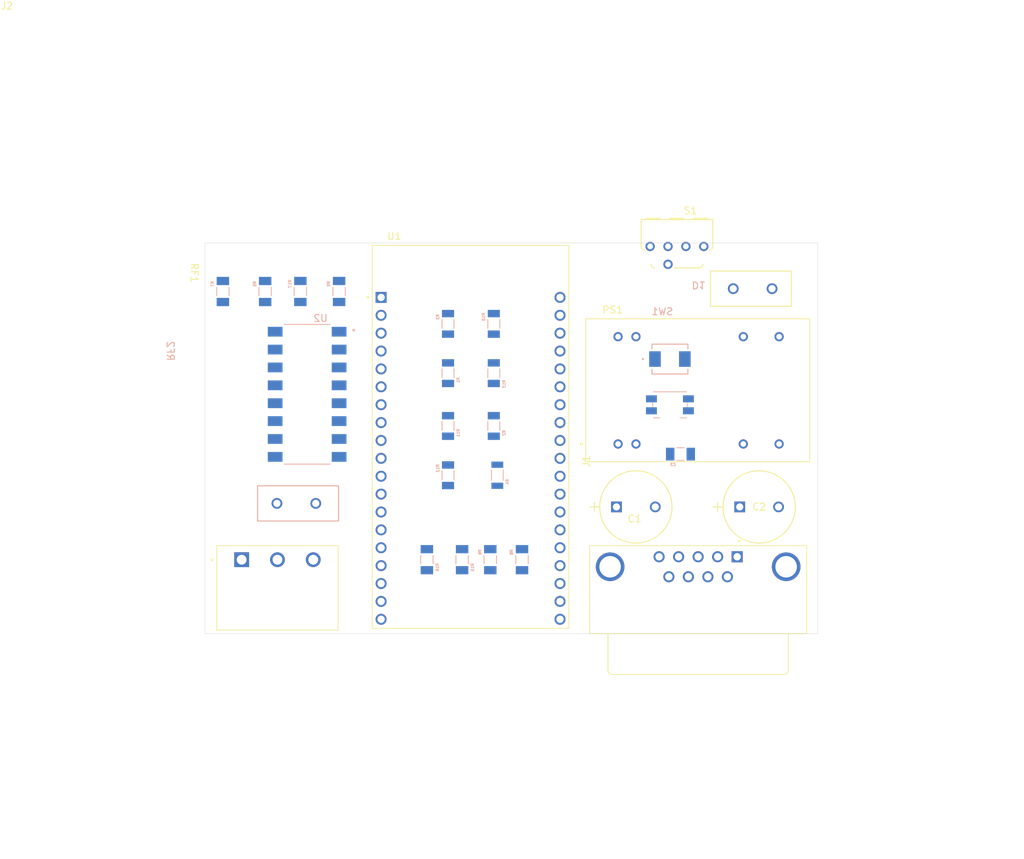
<source format=kicad_pcb>
(kicad_pcb (version 20241229) (generator "pcbnew") (generator_version "9.0")
  (layers (0 "F.Cu" signal) (2 "B.Cu" signal) (13 "F.Paste" user) (15 "B.Paste" user) (5 "F.SilkS" user "F.Silkscreen") (7 "B.SilkS" user "B.Silkscreen") (1 "F.Mask" user) (3 "B.Mask" user) (25 "Edge.Cuts" user))
  (net 0 "")
  (net 1 "Net-(PS1--VIN)")
  (net 2 "Net-(PS1-+VIN)")
  (net 3 "Net-(PS1--VOUT)")
  (net 4 "Net-(D1-Pad1)")
  (net 5 "Net-(SW1A-B)")
  (net 9 "+24V")
  (net 15 "Net-(SW1A-A)")
  (net 16 "Net-(J2-Pad03)")
  (net 18 "Net-(PS1-+VOUT)")
  (net 22 "Net-(R1-Pad2)")
  (net 23 "Net-(R3-Pad2)")
  (net 24 "+3.3V")
  (net 25 "Net-(U1-IO25)")
  (net 26 "Net-(U1-IO26)")
  (net 27 "Net-(U1-IO27)")
  (net 28 "Net-(U1-IO14)")
  (net 29 "Net-(U1-IO17)")
  (net 30 "GND")
  (net 31 "Net-(R10-Pad2)")
  (net 32 "Net-(R12-Pad2)")
  (net 33 "Net-(U1-IO16)")
  (net 34 "Net-(U1-IO4)")
  (net 35 "Net-(U1-IO2)")
  (net 36 "+5V")
  (footprint "footprints:DRR3010" (layer "F.Cu") (at 216 32 180)
    (property "Reference" "S1" (at -1.907185 5.085855 0) (layer "F.SilkS") (effects (font (size 1.001157 1.001157))))
    (property "Value" "DRR3016")
    (fp_line (start 5.08 3.81) (end -5.08 3.81) (stroke (width 0.1524)) (layer "F.SilkS"))
    (fp_line (start 5.08 0) (end 5.08 3.81) (stroke (width 0.1524)) (layer "F.SilkS"))
    (fp_line (start 0.381 -3.048) (end -3.175 -3.048) (stroke (width 0.1524)) (layer "F.SilkS"))
    (fp_line (start -5.08 0) (end -5.08 3.81) (stroke (width 0.1524)) (layer "F.SilkS"))
    (fp_arc (start 4.572 -0.508) (mid 4.93121 -0.35921) (end 5.08 0) (stroke (width 0.1524)) (layer "F.SilkS"))
    (fp_arc (start 3.175 -3.048) (mid 3.53421 -2.89921) (end 3.683 -2.54) (stroke (width 0.1524)) (layer "F.SilkS"))
    (fp_arc (start -3.683 -2.54) (mid -3.53421 -2.89921) (end -3.175 -3.048) (stroke (width 0.1524)) (layer "F.SilkS"))
    (fp_arc (start -5.08 0) (mid -4.93121 -0.35921) (end -4.572 -0.508) (stroke (width 0.1524)) (layer "F.SilkS"))
    (fp_poly (pts (xy 2.28795 3.81) (xy 4.445 3.81) (xy 4.445 4.06747) (xy 2.28795 4.06747)) (stroke (width 0.01)) (fill yes) (layer "F.SilkS"))
    (fp_poly (pts (xy -1.01619 3.81) (xy 1.016 3.81) (xy 1.016 4.06474) (xy -1.01619 4.06474)) (stroke (width 0.01)) (fill yes) (layer "F.SilkS"))
    (fp_poly (pts (xy -4.44826 3.81) (xy -2.286 3.81) (xy -2.286 4.06698) (xy -4.44826 4.06698)) (stroke (width 0.01)) (fill yes) (layer "F.SilkS"))
    (pad "1" thru_hole circle (at 3.81 0 180) (size 1.3208 1.3208) (drill 0.8128) (layers "*.Cu" "*.Mask") (net 35 "Net-(U1-IO2)"))
    (pad "2" thru_hole circle (at 1.27 0 180) (size 1.3208 1.3208) (drill 0.8128) (layers "*.Cu" "*.Mask") (net 34 "Net-(U1-IO4)"))
    (pad "4" thru_hole circle (at -1.27 0 180) (size 1.3208 1.3208) (drill 0.8128) (layers "*.Cu" "*.Mask") (net 33 "Net-(U1-IO16)"))
    (pad "8" thru_hole circle (at -3.81 0 180) (size 1.3208 1.3208) (drill 0.8128) (layers "*.Cu" "*.Mask") (net 29 "Net-(U1-IO17)"))
    (pad "C" thru_hole circle (at 1.27 -2.54 180) (size 1.3208 1.3208) (drill 0.8128) (layers "*.Cu" "*.Mask") (net 24 "+3.3V"))
  )
  (footprint "footprints:PCAP_10x12_5-THRU-ELECT_NCA" (layer "F.Cu") (at 224.91085 69)
    (property "Reference" "C2" (at 2.7559 0 0) (layer "F.SilkS"))
    (property "Value" "UHE2A470MPD")
    (fp_line (start -3.7719 0) (end -2.5019 0) (stroke (width 0.1524)) (layer "F.SilkS"))
    (fp_line (start -3.1369 -0.635) (end -3.1369 0.635) (stroke (width 0.1524)) (layer "F.SilkS"))
    (fp_circle (center 2.7559 0) (end 7.8867 0) (stroke (width 0.1524)) (fill no) (layer "F.SilkS"))
    (pad "1" thru_hole rect (at 0 0) (size 1.524 1.524) (drill 1.016) (layers "*.Cu" "*.Mask") (net 2 "Net-(PS1-+VIN)"))
    (pad "2" thru_hole circle (at 5.5118 0) (size 1.524 1.524) (drill 1.016) (layers "*.Cu" "*.Mask") (net 1 "Net-(PS1--VIN)"))
  )
  (footprint "footprints:PHOENIX_1757255" (layer "F.Cu") (at 150.6675 86.5)
    (property "Reference" "J2" (at -29.785 -88.655 0) (layer "F.SilkS"))
    (property "Value" "1757255")
    (fp_line (start 0 0) (end 0 -12) (stroke (width 0.127)) (layer "F.SilkS"))
    (fp_line (start 17.24 -12) (end 0 -12) (stroke (width 0.127)) (layer "F.SilkS"))
    (fp_line (start 17.24 -12) (end 17.24 0) (stroke (width 0.127)) (layer "F.SilkS"))
    (fp_line (start 17.24 0) (end 0 0) (stroke (width 0.127)) (layer "F.SilkS"))
    (fp_circle (center -0.65 -10) (end -0.55 -10) (stroke (width 0.2)) (fill no) (layer "F.SilkS"))
    (pad "01" thru_hole rect (at 3.54 -10) (size 2.1 2.1) (drill 1.4) (layers "*.Cu" "*.Mask") (net 1 "Net-(PS1--VIN)"))
    (pad "02" thru_hole circle (at 8.62 -10) (size 2.1 2.1) (drill 1.4) (layers "*.Cu" "*.Mask") (net 15 "Net-(SW1A-A)"))
    (pad "03" thru_hole circle (at 13.7 -10) (size 2.1 2.1) (drill 1.4) (layers "*.Cu" "*.Mask") (net 16 "Net-(J2-Pad03)"))
  )
  (footprint "footprints:CONV_REC5A-2405SW_H2" (layer "F.Cu") (at 218.94 52.44)
    (property "Reference" "PS1" (at -12.065 -11.43 0) (layer "F.SilkS"))
    (property "Value" "REC5A-2405SW_H2")
    (fp_line (start -15.9 -10.15) (end 15.9 -10.15) (stroke (width 0.127)) (layer "F.SilkS"))
    (fp_line (start -15.9 10.15) (end -15.9 -10.15) (stroke (width 0.127)) (layer "F.SilkS"))
    (fp_line (start 15.9 -10.15) (end 15.9 10.15) (stroke (width 0.127)) (layer "F.SilkS"))
    (fp_line (start 15.9 10.15) (end -15.9 10.15) (stroke (width 0.127)) (layer "F.SilkS"))
    (fp_circle (center -16.51 7.62) (end -16.41 7.62) (stroke (width 0.2)) (fill no) (layer "F.SilkS"))
    (pad "2" thru_hole circle (at -11.3 7.62) (size 1.308 1.308) (drill 0.8) (layers "*.Cu" "*.Mask") (net 1 "Net-(PS1--VIN)"))
    (pad "3" thru_hole circle (at -8.76 7.62) (size 1.308 1.308) (drill 0.8) (layers "*.Cu" "*.Mask"))
    (pad "9" thru_hole circle (at 6.48 7.62) (size 1.308 1.308) (drill 0.8) (layers "*.Cu" "*.Mask"))
    (pad "11" thru_hole circle (at 11.56 7.62) (size 1.308 1.308) (drill 0.8) (layers "*.Cu" "*.Mask"))
    (pad "14" thru_hole circle (at 11.56 -7.62) (size 1.308 1.308) (drill 0.8) (layers "*.Cu" "*.Mask") (net 18 "Net-(PS1-+VOUT)"))
    (pad "16" thru_hole circle (at 6.48 -7.62) (size 1.308 1.308) (drill 0.8) (layers "*.Cu" "*.Mask") (net 3 "Net-(PS1--VOUT)"))
    (pad "22" thru_hole circle (at -8.76 -7.62) (size 1.308 1.308) (drill 0.8) (layers "*.Cu" "*.Mask") (net 2 "Net-(PS1-+VIN)"))
    (pad "23" thru_hole circle (at -11.3 -7.62) (size 1.308 1.308) (drill 0.8) (layers "*.Cu" "*.Mask"))
  )
  (footprint "footprints:ASSMANN_A-DF_09_A_KG-T4S" (layer "F.Cu") (at 224.545 76.08)
    (property "Reference" "J1" (at -21.4165 -13.5525 90) (layer "F.SilkS"))
    (property "Value" "A-DF_09_A_KG-T4S")
    (fp_line (start -20.945 -1.58) (end -20.945 10.92) (stroke (width 0.127)) (layer "F.SilkS"))
    (fp_line (start -20.945 10.92) (end 9.865 10.92) (stroke (width 0.127)) (layer "F.SilkS"))
    (fp_line (start -18.34 11) (end -18.34 16.1) (stroke (width 0.127)) (layer "F.SilkS"))
    (fp_line (start -17.64 16.72) (end 6.56 16.72) (stroke (width 0.127)) (layer "F.SilkS"))
    (fp_line (start 7.26 16.1) (end 7.26 11) (stroke (width 0.127)) (layer "F.SilkS"))
    (fp_line (start 9.865 -1.58) (end -20.945 -1.58) (stroke (width 0.127)) (layer "F.SilkS"))
    (fp_line (start 9.865 10.92) (end 9.865 -1.58) (stroke (width 0.127)) (layer "F.SilkS"))
    (fp_arc (start -17.64 16.72) (mid -18.118406 16.554975) (end -18.34 16.1) (stroke (width 0.127)) (layer "F.SilkS"))
    (fp_arc (start 7.26 16.1) (mid 7.038406 16.554975) (end 6.56 16.72) (stroke (width 0.127)) (layer "F.SilkS"))
    (fp_circle (center 0.3 -2.25) (end 0.4 -2.25) (stroke (width 0.2)) (fill no) (layer "F.SilkS"))
    (pad "1" thru_hole rect (at 0 0) (size 1.575 1.575) (drill 1.05) (layers "*.Cu" "*.Mask"))
    (pad "2" thru_hole circle (at -2.77 0) (size 1.575 1.575) (drill 1.05) (layers "*.Cu" "*.Mask"))
    (pad "3" thru_hole circle (at -5.54 0) (size 1.575 1.575) (drill 1.05) (layers "*.Cu" "*.Mask") (net 9 "+24V"))
    (pad "4" thru_hole circle (at -8.31 0) (size 1.575 1.575) (drill 1.05) (layers "*.Cu" "*.Mask") (net 9 "+24V"))
    (pad "5" thru_hole circle (at -11.08 0) (size 1.575 1.575) (drill 1.05) (layers "*.Cu" "*.Mask") (net 9 "+24V"))
    (pad "6" thru_hole circle (at -1.385 2.84) (size 1.575 1.575) (drill 1.05) (layers "*.Cu" "*.Mask"))
    (pad "7" thru_hole circle (at -4.155 2.84) (size 1.575 1.575) (drill 1.05) (layers "*.Cu" "*.Mask"))
    (pad "8" thru_hole circle (at -6.925 2.84) (size 1.575 1.575) (drill 1.05) (layers "*.Cu" "*.Mask"))
    (pad "9" thru_hole circle (at -9.695 2.84) (size 1.575 1.575) (drill 1.05) (layers "*.Cu" "*.Mask"))
    (pad "S1" thru_hole circle (at -18.035 1.42) (size 4.066 4.066) (drill 3.05) (layers "*.Cu" "*.Mask"))
    (pad "S2" thru_hole circle (at 6.955 1.42) (size 4.066 4.066) (drill 3.05) (layers "*.Cu" "*.Mask"))
  )
  (footprint "footprints:PTC_RESET_FUSE" (layer "F.Cu") (at 229.5 38 180)
    (property "Reference" "RF1" (at 82 2.2441 270) (layer "F.SilkS"))
    (property "Value" "~")
    (fp_rect (start -2.75 -2.5) (end 8.75 2.5) (stroke (width 0.1524)) (fill no) (layer "F.SilkS"))
    (pad "1" thru_hole circle (at 0 0 180) (size 1.524 1.524) (drill 1.016) (layers "*.Cu" "*.Mask") (net 4 "Net-(D1-Pad1)"))
    (pad "2" thru_hole circle (at 5.5118 0 180) (size 1.524 1.524) (drill 1.016) (layers "*.Cu" "*.Mask") (net 2 "Net-(PS1-+VIN)"))
  )
  (footprint "footprints:MODULE_ESP32-DEVKITC-32D" (layer "F.Cu") (at 186.7 59)
    (property "Reference" "U1" (at -10.829175 -28.446045 0) (layer "F.SilkS") (effects (font (size 1.000386 1.000386))))
    (property "Value" "ESP32-DEVKITC-32D")
    (fp_line (start -13.95 -27.15) (end 13.95 -27.15) (stroke (width 0.127)) (layer "F.SilkS"))
    (fp_line (start -13.95 27.25) (end -13.95 -27.15) (stroke (width 0.127)) (layer "F.SilkS"))
    (fp_line (start 13.95 -27.15) (end 13.95 27.25) (stroke (width 0.127)) (layer "F.SilkS"))
    (fp_line (start 13.95 27.25) (end -13.95 27.25) (stroke (width 0.127)) (layer "F.SilkS"))
    (fp_circle (center -14.6 -19.76) (end -14.5 -19.76) (stroke (width 0.2)) (fill no) (layer "F.SilkS"))
    (pad "J2-1" thru_hole rect (at -12.7 -19.76) (size 1.56 1.56) (drill 1.04) (layers "*.Cu" "*.Mask") (net 24 "+3.3V"))
    (pad "J2-2" thru_hole circle (at -12.7 -17.22) (size 1.56 1.56) (drill 1.04) (layers "*.Cu" "*.Mask"))
    (pad "J2-3" thru_hole circle (at -12.7 -14.68) (size 1.56 1.56) (drill 1.04) (layers "*.Cu" "*.Mask"))
    (pad "J2-4" thru_hole circle (at -12.7 -12.14) (size 1.56 1.56) (drill 1.04) (layers "*.Cu" "*.Mask"))
    (pad "J2-5" thru_hole circle (at -12.7 -9.6) (size 1.56 1.56) (drill 1.04) (layers "*.Cu" "*.Mask"))
    (pad "J2-6" thru_hole circle (at -12.7 -7.06) (size 1.56 1.56) (drill 1.04) (layers "*.Cu" "*.Mask"))
    (pad "J2-7" thru_hole circle (at -12.7 -4.52) (size 1.56 1.56) (drill 1.04) (layers "*.Cu" "*.Mask"))
    (pad "J2-8" thru_hole circle (at -12.7 -1.98) (size 1.56 1.56) (drill 1.04) (layers "*.Cu" "*.Mask"))
    (pad "J2-9" thru_hole circle (at -12.7 0.56) (size 1.56 1.56) (drill 1.04) (layers "*.Cu" "*.Mask") (net 25 "Net-(U1-IO25)"))
    (pad "J2-10" thru_hole circle (at -12.7 3.1) (size 1.56 1.56) (drill 1.04) (layers "*.Cu" "*.Mask") (net 26 "Net-(U1-IO26)"))
    (pad "J2-11" thru_hole circle (at -12.7 5.64) (size 1.56 1.56) (drill 1.04) (layers "*.Cu" "*.Mask") (net 27 "Net-(U1-IO27)"))
    (pad "J2-12" thru_hole circle (at -12.7 8.18) (size 1.56 1.56) (drill 1.04) (layers "*.Cu" "*.Mask") (net 28 "Net-(U1-IO14)"))
    (pad "J2-13" thru_hole circle (at -12.7 10.72) (size 1.56 1.56) (drill 1.04) (layers "*.Cu" "*.Mask"))
    (pad "J2-14" thru_hole circle (at -12.7 13.26) (size 1.56 1.56) (drill 1.04) (layers "*.Cu" "*.Mask") (net 30 "GND"))
    (pad "J2-15" thru_hole circle (at -12.7 15.8) (size 1.56 1.56) (drill 1.04) (layers "*.Cu" "*.Mask"))
    (pad "J2-16" thru_hole circle (at -12.7 18.34) (size 1.56 1.56) (drill 1.04) (layers "*.Cu" "*.Mask"))
    (pad "J2-17" thru_hole circle (at -12.7 20.88) (size 1.56 1.56) (drill 1.04) (layers "*.Cu" "*.Mask"))
    (pad "J2-18" thru_hole circle (at -12.7 23.42) (size 1.56 1.56) (drill 1.04) (layers "*.Cu" "*.Mask"))
    (pad "J2-19" thru_hole circle (at -12.7 25.96) (size 1.56 1.56) (drill 1.04) (layers "*.Cu" "*.Mask") (net 36 "+5V"))
    (pad "J3-1" thru_hole circle (at 12.7 -19.76) (size 1.56 1.56) (drill 1.04) (layers "*.Cu" "*.Mask"))
    (pad "J3-2" thru_hole circle (at 12.7 -17.22) (size 1.56 1.56) (drill 1.04) (layers "*.Cu" "*.Mask"))
    (pad "J3-3" thru_hole circle (at 12.7 -14.68) (size 1.56 1.56) (drill 1.04) (layers "*.Cu" "*.Mask"))
    (pad "J3-4" thru_hole circle (at 12.7 -12.14) (size 1.56 1.56) (drill 1.04) (layers "*.Cu" "*.Mask"))
    (pad "J3-5" thru_hole circle (at 12.7 -9.6) (size 1.56 1.56) (drill 1.04) (layers "*.Cu" "*.Mask"))
    (pad "J3-6" thru_hole circle (at 12.7 -7.06) (size 1.56 1.56) (drill 1.04) (layers "*.Cu" "*.Mask"))
    (pad "J3-7" thru_hole circle (at 12.7 -4.52) (size 1.56 1.56) (drill 1.04) (layers "*.Cu" "*.Mask") (net 30 "GND"))
    (pad "J3-8" thru_hole circle (at 12.7 -1.98) (size 1.56 1.56) (drill 1.04) (layers "*.Cu" "*.Mask"))
    (pad "J3-9" thru_hole circle (at 12.7 0.56) (size 1.56 1.56) (drill 1.04) (layers "*.Cu" "*.Mask"))
    (pad "J3-10" thru_hole circle (at 12.7 3.1) (size 1.56 1.56) (drill 1.04) (layers "*.Cu" "*.Mask"))
    (pad "J3-11" thru_hole circle (at 12.7 5.64) (size 1.56 1.56) (drill 1.04) (layers "*.Cu" "*.Mask") (net 29 "Net-(U1-IO17)"))
    (pad "J3-12" thru_hole circle (at 12.7 8.18) (size 1.56 1.56) (drill 1.04) (layers "*.Cu" "*.Mask") (net 33 "Net-(U1-IO16)"))
    (pad "J3-13" thru_hole circle (at 12.7 10.72) (size 1.56 1.56) (drill 1.04) (layers "*.Cu" "*.Mask") (net 34 "Net-(U1-IO4)"))
    (pad "J3-14" thru_hole circle (at 12.7 13.26) (size 1.56 1.56) (drill 1.04) (layers "*.Cu" "*.Mask"))
    (pad "J3-15" thru_hole circle (at 12.7 15.8) (size 1.56 1.56) (drill 1.04) (layers "*.Cu" "*.Mask") (net 35 "Net-(U1-IO2)"))
    (pad "J3-16" thru_hole circle (at 12.7 18.34) (size 1.56 1.56) (drill 1.04) (layers "*.Cu" "*.Mask"))
    (pad "J3-17" thru_hole circle (at 12.7 20.88) (size 1.56 1.56) (drill 1.04) (layers "*.Cu" "*.Mask"))
    (pad "J3-18" thru_hole circle (at 12.7 23.42) (size 1.56 1.56) (drill 1.04) (layers "*.Cu" "*.Mask"))
    (pad "J3-19" thru_hole circle (at 12.7 25.96) (size 1.56 1.56) (drill 1.04) (layers "*.Cu" "*.Mask"))
  )
  (footprint "footprints:PCAP_10x12_5-THRU-ELECT_NCA" (layer "F.Cu") (at 207.41085 69)
    (property "Reference" "C1" (at 2.5759 1.68 0) (layer "F.SilkS"))
    (property "Value" "UHE2A470MPD")
    (fp_line (start -3.7719 0) (end -2.5019 0) (stroke (width 0.1524)) (layer "F.SilkS"))
    (fp_line (start -3.1369 -0.635) (end -3.1369 0.635) (stroke (width 0.1524)) (layer "F.SilkS"))
    (fp_circle (center 2.7559 0) (end 7.8867 0) (stroke (width 0.1524)) (fill no) (layer "F.SilkS"))
    (pad "1" thru_hole rect (at 0 0) (size 1.524 1.524) (drill 1.016) (layers "*.Cu" "*.Mask") (net 2 "Net-(PS1-+VIN)"))
    (pad "2" thru_hole circle (at 5.5118 0) (size 1.524 1.524) (drill 1.016) (layers "*.Cu" "*.Mask") (net 1 "Net-(PS1--VIN)"))
  )
  (footprint "footprints:RESC3115X65N" (layer "B.Cu") (at 190 57.5 90)
    (property "Reference" "R2" (at -0.99 1.45 90) (layer "B.SilkS") (effects (font (size 0.393701 0.393701)) (justify mirror)))
    (property "Value" "CRGH1206J4K7")
    (fp_line (start -0.62 -0.85) (end 0.62 -0.85) (stroke (width 0.127)) (layer "B.SilkS"))
    (fp_line (start -0.62 0.85) (end 0.62 0.85) (stroke (width 0.127)) (layer "B.SilkS"))
    (pad "1" smd rect (at -1.46 0 90) (size 1.05 1.72) (layers "B.Cu" "B.Mask" "B.Paste") (net 9 "+24V"))
    (pad "2" smd rect (at 1.46 0 90) (size 1.05 1.72) (layers "B.Cu" "B.Mask" "B.Paste") (net 22 "Net-(R1-Pad2)"))
  )
  (footprint "footprints:RESC3216X75N" (layer "B.Cu") (at 180.5 76.494 90)
    (property "Reference" "R16" (at -1.08 1.48 90) (layer "B.SilkS") (effects (font (size 0.393701 0.393701)) (justify mirror)))
    (property "Value" "CR1206-FX-1002ELF")
    (fp_line (start -0.59 -0.88) (end 0.59 -0.88) (stroke (width 0.127)) (layer "B.SilkS"))
    (fp_line (start -0.59 0.88) (end 0.59 0.88) (stroke (width 0.127)) (layer "B.SilkS"))
    (pad "1" smd rect (at -1.494 0 90) (size 1.17 1.77) (layers "B.Cu" "B.Mask" "B.Paste") (net 34 "Net-(U1-IO4)"))
    (pad "2" smd rect (at 1.494 0 90) (size 1.17 1.77) (layers "B.Cu" "B.Mask" "B.Paste") (net 30 "GND"))
  )
  (footprint "Button_Switch_SMD:Panasonic_EVQPUJ_EVQPUA" (layer "B.Cu") (at 215 54.5)
    (property "Reference" "SW1" (at -1.08 -13.24 0) (layer "B.SilkS") (effects (justify mirror)))
    (property "Value" "On/Off Switch")
    (fp_line (start -2.45 -0.275) (end -2.45 0.275) (stroke (width 0.12)) (layer "B.SilkS"))
    (fp_line (start -1.425 1.85) (end -2.35 1.85) (stroke (width 0.12)) (layer "B.SilkS"))
    (fp_line (start 2.35 -1.85) (end -2.35 -1.85) (stroke (width 0.12)) (layer "B.SilkS"))
    (fp_line (start 2.35 1.85) (end 1.425 1.85) (stroke (width 0.12)) (layer "B.SilkS"))
    (fp_line (start 2.45 -0.275) (end 2.45 0.275) (stroke (width 0.12)) (layer "B.SilkS"))
    (pad "1" smd rect (at -2.625 0.85 180) (size 1.55 1) (layers "B.Cu" "B.Mask" "B.Paste") (net 15 "Net-(SW1A-A)"))
    (pad "1" smd rect (at 2.625 0.85 180) (size 1.55 1) (layers "B.Cu" "B.Mask" "B.Paste") (net 15 "Net-(SW1A-A)"))
    (pad "2" smd rect (at -2.625 -0.85 180) (size 1.55 1) (layers "B.Cu" "B.Mask" "B.Paste") (net 5 "Net-(SW1A-B)"))
    (pad "2" smd rect (at 2.625 -0.85 180) (size 1.55 1) (layers "B.Cu" "B.Mask" "B.Paste") (net 5 "Net-(SW1A-B)"))
  )
  (footprint "footprints:RESC3216X75N" (layer "B.Cu") (at 168.04 38.396 -90)
    (property "Reference" "R9" (at -1.08 1.48 90) (layer "B.SilkS") (effects (font (size 0.393701 0.393701)) (justify mirror)))
    (property "Value" "CR1206-FX-1002ELF")
    (fp_line (start -0.59 0.88) (end 0.59 0.88) (stroke (width 0.127)) (layer "B.SilkS"))
    (fp_line (start -0.59 -0.88) (end 0.59 -0.88) (stroke (width 0.127)) (layer "B.SilkS"))
    (pad "1" smd rect (at -1.494 0 270) (size 1.17 1.77) (layers "B.Cu" "B.Mask" "B.Paste") (net 29 "Net-(U1-IO17)"))
    (pad "2" smd rect (at 1.494 0 270) (size 1.17 1.77) (layers "B.Cu" "B.Mask" "B.Paste") (net 30 "GND"))
  )
  (footprint "footprints:RESC3216X75N" (layer "B.Cu") (at 185.5 76.494 90)
    (property "Reference" "R15" (at -1.08 1.48 90) (layer "B.SilkS") (effects (font (size 0.393701 0.393701)) (justify mirror)))
    (property "Value" "CR1206-FX-1002ELF")
    (fp_line (start -0.59 -0.88) (end 0.59 -0.88) (stroke (width 0.127)) (layer "B.SilkS"))
    (fp_line (start -0.59 0.88) (end 0.59 0.88) (stroke (width 0.127)) (layer "B.SilkS"))
    (pad "1" smd rect (at -1.494 0 90) (size 1.17 1.77) (layers "B.Cu" "B.Mask" "B.Paste") (net 33 "Net-(U1-IO16)"))
    (pad "2" smd rect (at 1.494 0 90) (size 1.17 1.77) (layers "B.Cu" "B.Mask" "B.Paste") (net 30 "GND"))
  )
  (footprint "footprints:RESC3115X65N" (layer "B.Cu") (at 183.5 57.5 90)
    (property "Reference" "R11" (at -0.99 1.45 90) (layer "B.SilkS") (effects (font (size 0.393701 0.393701)) (justify mirror)))
    (property "Value" "CRGH1206J4K7")
    (fp_line (start -0.62 -0.85) (end 0.62 -0.85) (stroke (width 0.127)) (layer "B.SilkS"))
    (fp_line (start -0.62 0.85) (end 0.62 0.85) (stroke (width 0.127)) (layer "B.SilkS"))
    (pad "1" smd rect (at -1.46 0 90) (size 1.05 1.72) (layers "B.Cu" "B.Mask" "B.Paste") (net 9 "+24V"))
    (pad "2" smd rect (at 1.46 0 90) (size 1.05 1.72) (layers "B.Cu" "B.Mask" "B.Paste") (net 31 "Net-(R10-Pad2)"))
  )
  (footprint "footprints:RESC3115X65N" (layer "B.Cu") (at 183.5 43 -90)
    (property "Reference" "R3" (at -0.99 1.45 90) (layer "B.SilkS") (effects (font (size 0.393701 0.393701)) (justify mirror)))
    (property "Value" "CRGH1206J4K7")
    (fp_line (start -0.62 0.85) (end 0.62 0.85) (stroke (width 0.127)) (layer "B.SilkS"))
    (fp_line (start -0.62 -0.85) (end 0.62 -0.85) (stroke (width 0.127)) (layer "B.SilkS"))
    (pad "1" smd rect (at -1.46 0 270) (size 1.05 1.72) (layers "B.Cu" "B.Mask" "B.Paste") (net 9 "+24V"))
    (pad "2" smd rect (at 1.46 0 270) (size 1.05 1.72) (layers "B.Cu" "B.Mask" "B.Paste") (net 23 "Net-(R3-Pad2)"))
  )
  (footprint "footprints:RESC3115X65N" (layer "B.Cu") (at 190 43 -90)
    (property "Reference" "R10" (at -0.99 1.45 90) (layer "B.SilkS") (effects (font (size 0.393701 0.393701)) (justify mirror)))
    (property "Value" "CRGH1206J4K7")
    (fp_line (start -0.62 0.85) (end 0.62 0.85) (stroke (width 0.127)) (layer "B.SilkS"))
    (fp_line (start -0.62 -0.85) (end 0.62 -0.85) (stroke (width 0.127)) (layer "B.SilkS"))
    (pad "1" smd rect (at -1.46 0 270) (size 1.05 1.72) (layers "B.Cu" "B.Mask" "B.Paste") (net 9 "+24V"))
    (pad "2" smd rect (at 1.46 0 270) (size 1.05 1.72) (layers "B.Cu" "B.Mask" "B.Paste") (net 31 "Net-(R10-Pad2)"))
  )
  (footprint "footprints:RESC3216X75N" (layer "B.Cu") (at 194.006 76.494 -90)
    (property "Reference" "R8" (at -1.08 1.48 90) (layer "B.SilkS") (effects (font (size 0.393701 0.393701)) (justify mirror)))
    (property "Value" "CR1206-FX-1002ELF")
    (fp_line (start -0.59 0.88) (end 0.59 0.88) (stroke (width 0.127)) (layer "B.SilkS"))
    (fp_line (start -0.59 -0.88) (end 0.59 -0.88) (stroke (width 0.127)) (layer "B.SilkS"))
    (pad "1" smd rect (at -1.494 0 270) (size 1.17 1.77) (layers "B.Cu" "B.Mask" "B.Paste") (net 28 "Net-(U1-IO14)"))
    (pad "2" smd rect (at 1.494 0 270) (size 1.17 1.77) (layers "B.Cu" "B.Mask" "B.Paste") (net 24 "+3.3V"))
  )
  (footprint "footprints:RESC3216X75N" (layer "B.Cu") (at 162.54 38.396 -90)
    (property "Reference" "R17" (at -1.08 1.48 90) (layer "B.SilkS") (effects (font (size 0.393701 0.393701)) (justify mirror)))
    (property "Value" "CR1206-FX-1002ELF")
    (fp_line (start -0.59 0.88) (end 0.59 0.88) (stroke (width 0.127)) (layer "B.SilkS"))
    (fp_line (start -0.59 -0.88) (end 0.59 -0.88) (stroke (width 0.127)) (layer "B.SilkS"))
    (pad "1" smd rect (at -1.494 0 270) (size 1.17 1.77) (layers "B.Cu" "B.Mask" "B.Paste") (net 35 "Net-(U1-IO2)"))
    (pad "2" smd rect (at 1.494 0 270) (size 1.17 1.77) (layers "B.Cu" "B.Mask" "B.Paste") (net 30 "GND"))
  )
  (footprint "footprints:RESC3115X65N" (layer "B.Cu") (at 183.5 64.5 -90)
    (property "Reference" "R12" (at -0.99 1.45 90) (layer "B.SilkS") (effects (font (size 0.393701 0.393701)) (justify mirror)))
    (property "Value" "CRGH1206J4K7")
    (fp_line (start -0.62 0.85) (end 0.62 0.85) (stroke (width 0.127)) (layer "B.SilkS"))
    (fp_line (start -0.62 -0.85) (end 0.62 -0.85) (stroke (width 0.127)) (layer "B.SilkS"))
    (pad "1" smd rect (at -1.46 0 270) (size 1.05 1.72) (layers "B.Cu" "B.Mask" "B.Paste") (net 16 "Net-(J2-Pad03)"))
    (pad "2" smd rect (at 1.46 0 270) (size 1.05 1.72) (layers "B.Cu" "B.Mask" "B.Paste") (net 32 "Net-(R12-Pad2)"))
  )
  (footprint "footprints:PTC_RESET_FUSE" (layer "B.Cu") (at 159.2125 68.5)
    (property "Reference" "RF2" (at -15.12 -21.6559 270) (layer "B.SilkS") (effects (justify mirror)))
    (property "Value" "~")
    (fp_rect (start -2.75 2.5) (end 8.75 -2.5) (stroke (width 0.1524)) (fill no) (layer "B.SilkS"))
    (pad "1" thru_hole circle (at 0 0) (size 1.524 1.524) (drill 1.016) (layers "*.Cu" "*.Mask") (net 18 "Net-(PS1-+VOUT)"))
    (pad "2" thru_hole circle (at 5.5118 0) (size 1.524 1.524) (drill 1.016) (layers "*.Cu" "*.Mask") (net 36 "+5V"))
  )
  (footprint "footprints:RESC3216X75N" (layer "B.Cu") (at 189.5 76.494 -90)
    (property "Reference" "R6" (at -1.08 1.48 90) (layer "B.SilkS") (effects (font (size 0.393701 0.393701)) (justify mirror)))
    (property "Value" "CR1206-FX-1002ELF")
    (fp_line (start -0.59 0.88) (end 0.59 0.88) (stroke (width 0.127)) (layer "B.SilkS"))
    (fp_line (start -0.59 -0.88) (end 0.59 -0.88) (stroke (width 0.127)) (layer "B.SilkS"))
    (pad "1" smd rect (at -1.494 0 270) (size 1.17 1.77) (layers "B.Cu" "B.Mask" "B.Paste") (net 26 "Net-(U1-IO26)"))
    (pad "2" smd rect (at 1.494 0 270) (size 1.17 1.77) (layers "B.Cu" "B.Mask" "B.Paste") (net 24 "+3.3V"))
  )
  (footprint "footprints:RESC3216X75N" (layer "B.Cu") (at 151.54 38.402 -90)
    (property "Reference" "R7" (at -1.08 1.48 90) (layer "B.SilkS") (effects (font (size 0.393701 0.393701)) (justify mirror)))
    (property "Value" "CR1206-FX-1002ELF")
    (fp_line (start -0.59 0.88) (end 0.59 0.88) (stroke (width 0.127)) (layer "B.SilkS"))
    (fp_line (start -0.59 -0.88) (end 0.59 -0.88) (stroke (width 0.127)) (layer "B.SilkS"))
    (pad "1" smd rect (at -1.494 0 270) (size 1.17 1.77) (layers "B.Cu" "B.Mask" "B.Paste") (net 27 "Net-(U1-IO27)"))
    (pad "2" smd rect (at 1.494 0 270) (size 1.17 1.77) (layers "B.Cu" "B.Mask" "B.Paste") (net 24 "+3.3V"))
  )
  (footprint "footprints:RESC3216X75N" (layer "B.Cu") (at 157.54 38.402 -90)
    (property "Reference" "R5" (at -1.08 1.48 90) (layer "B.SilkS") (effects (font (size 0.393701 0.393701)) (justify mirror)))
    (property "Value" "CR1206-FX-1002ELF")
    (fp_line (start -0.59 0.88) (end 0.59 0.88) (stroke (width 0.127)) (layer "B.SilkS"))
    (fp_line (start -0.59 -0.88) (end 0.59 -0.88) (stroke (width 0.127)) (layer "B.SilkS"))
    (pad "1" smd rect (at -1.494 0 270) (size 1.17 1.77) (layers "B.Cu" "B.Mask" "B.Paste") (net 25 "Net-(U1-IO25)"))
    (pad "2" smd rect (at 1.494 0 270) (size 1.17 1.77) (layers "B.Cu" "B.Mask" "B.Paste") (net 24 "+3.3V"))
  )
  (footprint "footprints:DO214AASMB_CIP-L" (layer "B.Cu") (at 215 48)
    (property "Reference" "D1" (at 4.08915 -10.5 180) (layer "B.SilkS") (effects (justify mirror)))
    (property "Value" "SS34B-HF")
    (fp_line (start -2.5527 -2.1209) (end 2.5527 -2.1209) (stroke (width 0.1524)) (layer "B.SilkS"))
    (fp_line (start -2.5527 -1.43764) (end -2.5527 -2.1209) (stroke (width 0.1524)) (layer "B.SilkS"))
    (fp_line (start -2.5527 2.1209) (end -2.5527 1.43764) (stroke (width 0.1524)) (layer "B.SilkS"))
    (fp_line (start 2.5527 -2.1209) (end 2.5527 -1.43764) (stroke (width 0.1524)) (layer "B.SilkS"))
    (fp_line (start 2.5527 1.43764) (end 2.5527 2.1209) (stroke (width 0.1524)) (layer "B.SilkS"))
    (fp_line (start 2.5527 2.1209) (end -2.5527 2.1209) (stroke (width 0.1524)) (layer "B.SilkS"))
    (fp_circle (center -3.8354 0) (end -3.7592 0) (stroke (width 0.1524)) (fill no) (layer "B.SilkS"))
    (pad "1" smd rect (at -2.1209 0) (size 1.651 2.2098) (layers "B.Cu" "B.Mask" "B.Paste") (net 4 "Net-(D1-Pad1)"))
    (pad "2" smd rect (at 2.1209 0) (size 1.651 2.2098) (layers "B.Cu" "B.Mask" "B.Paste") (net 5 "Net-(SW1A-B)"))
  )
  (footprint "footprints:CAPC3216X180N" (layer "B.Cu") (at 216.5 61.5)
    (property "Reference" "C3" (at -1.06 1.5 0) (layer "B.SilkS") (effects (font (size 0.393701 0.393701)) (justify mirror)))
    (property "Value" "1000pf/3kV")
    (fp_line (start -0.54 -0.9) (end 0.54 -0.9) (stroke (width 0.127)) (layer "B.SilkS"))
    (fp_line (start -0.54 0.9) (end 0.54 0.9) (stroke (width 0.127)) (layer "B.SilkS"))
    (pad "1" smd rect (at -1.46 0) (size 1.2 1.82) (layers "B.Cu" "B.Mask" "B.Paste") (net 3 "Net-(PS1--VOUT)"))
    (pad "2" smd rect (at 1.46 0) (size 1.2 1.82) (layers "B.Cu" "B.Mask" "B.Paste") (net 1 "Net-(PS1--VIN)"))
  )
  (footprint "footprints:SOIC254P1016X460-16N" (layer "B.Cu") (at 163.5 53 180)
    (property "Reference" "U2" (at -1.905 10.795 0) (layer "B.SilkS") (effects (justify mirror)))
    (property "Value" "LTV-846S")
    (fp_line (start 3.25 -9.92) (end -3.25 -9.92) (stroke (width 0.127)) (layer "B.SilkS"))
    (fp_line (start -3.25 9.92) (end 3.25 9.92) (stroke (width 0.127)) (layer "B.SilkS"))
    (fp_circle (center -6.6 9.1) (end -6.5 9.1) (stroke (width 0.2)) (fill no) (layer "B.SilkS"))
    (pad "1" smd rect (at -4.54 8.89 180) (size 2.09 1.39) (layers "B.Cu" "B.Mask" "B.Paste") (net 22 "Net-(R1-Pad2)"))
    (pad "2" smd rect (at -4.54 6.35 180) (size 2.09 1.39) (layers "B.Cu" "B.Mask" "B.Paste") (net 1 "Net-(PS1--VIN)"))
    (pad "3" smd rect (at -4.54 3.81 180) (size 2.09 1.39) (layers "B.Cu" "B.Mask" "B.Paste") (net 23 "Net-(R3-Pad2)"))
    (pad "4" smd rect (at -4.54 1.27 180) (size 2.09 1.39) (layers "B.Cu" "B.Mask" "B.Paste") (net 1 "Net-(PS1--VIN)"))
    (pad "5" smd rect (at -4.54 -1.27 180) (size 2.09 1.39) (layers "B.Cu" "B.Mask" "B.Paste") (net 31 "Net-(R10-Pad2)"))
    (pad "6" smd rect (at -4.54 -3.81 180) (size 2.09 1.39) (layers "B.Cu" "B.Mask" "B.Paste") (net 1 "Net-(PS1--VIN)"))
    (pad "7" smd rect (at -4.54 -6.35 180) (size 2.09 1.39) (layers "B.Cu" "B.Mask" "B.Paste") (net 32 "Net-(R12-Pad2)"))
    (pad "8" smd rect (at -4.54 -8.89 180) (size 2.09 1.39) (layers "B.Cu" "B.Mask" "B.Paste") (net 1 "Net-(PS1--VIN)"))
    (pad "9" smd rect (at 4.54 -8.89 180) (size 2.09 1.39) (layers "B.Cu" "B.Mask" "B.Paste") (net 30 "GND"))
    (pad "10" smd rect (at 4.54 -6.35 180) (size 2.09 1.39) (layers "B.Cu" "B.Mask" "B.Paste") (net 28 "Net-(U1-IO14)"))
    (pad "11" smd rect (at 4.54 -3.81 180) (size 2.09 1.39) (layers "B.Cu" "B.Mask" "B.Paste") (net 30 "GND"))
    (pad "12" smd rect (at 4.54 -1.27 180) (size 2.09 1.39) (layers "B.Cu" "B.Mask" "B.Paste") (net 27 "Net-(U1-IO27)"))
    (pad "13" smd rect (at 4.54 1.27 180) (size 2.09 1.39) (layers "B.Cu" "B.Mask" "B.Paste") (net 30 "GND"))
    (pad "14" smd rect (at 4.54 3.81 180) (size 2.09 1.39) (layers "B.Cu" "B.Mask" "B.Paste") (net 26 "Net-(U1-IO26)"))
    (pad "15" smd rect (at 4.54 6.35 180) (size 2.09 1.39) (layers "B.Cu" "B.Mask" "B.Paste") (net 30 "GND"))
    (pad "16" smd rect (at 4.54 8.89 180) (size 2.09 1.39) (layers "B.Cu" "B.Mask" "B.Paste") (net 25 "Net-(U1-IO25)"))
  )
  (footprint "footprints:RESC3015X65N" (layer "B.Cu") (at 190.5 64.5 90)
    (property "Reference" "R4" (at -0.94 1.43 90) (layer "B.SilkS") (effects (font (size 0.393701 0.393701)) (justify mirror)))
    (property "Value" "CRGH1206J4K7")
    (fp_line (start -0.73 -0.83) (end 0.73 -0.83) (stroke (width 0.127)) (layer "B.SilkS"))
    (fp_line (start -0.73 0.83) (end 0.73 0.83) (stroke (width 0.127)) (layer "B.SilkS"))
    (pad "1" smd rect (at -1.495 0 90) (size 0.89 1.68) (layers "B.Cu" "B.Mask" "B.Paste") (net 9 "+24V"))
    (pad "2" smd rect (at 1.495 0 90) (size 0.89 1.68) (layers "B.Cu" "B.Mask" "B.Paste") (net 23 "Net-(R3-Pad2)"))
  )
  (footprint "footprints:RESC3115X65N" (layer "B.Cu") (at 183.5 50 90)
    (property "Reference" "R1" (at -0.99 1.45 90) (layer "B.SilkS") (effects (font (size 0.393701 0.393701)) (justify mirror)))
    (property "Value" "CRGH1206J4K7")
    (fp_line (start -0.62 -0.85) (end 0.62 -0.85) (stroke (width 0.127)) (layer "B.SilkS"))
    (fp_line (start -0.62 0.85) (end 0.62 0.85) (stroke (width 0.127)) (layer "B.SilkS"))
    (pad "1" smd rect (at -1.46 0 90) (size 1.05 1.72) (layers "B.Cu" "B.Mask" "B.Paste") (net 9 "+24V"))
    (pad "2" smd rect (at 1.46 0 90) (size 1.05 1.72) (layers "B.Cu" "B.Mask" "B.Paste") (net 22 "Net-(R1-Pad2)"))
  )
  (footprint "footprints:RESC3115X65N" (layer "B.Cu") (at 190 50 90)
    (property "Reference" "R13" (at -1.53 1.45 90) (layer "B.SilkS") (effects (font (size 0.393701 0.393701)) (justify mirror)))
    (property "Value" "CRGH1206J4K7")
    (fp_line (start -0.62 -0.85) (end 0.62 -0.85) (stroke (width 0.127)) (layer "B.SilkS"))
    (fp_line (start -0.62 0.85) (end 0.62 0.85) (stroke (width 0.127)) (layer "B.SilkS"))
    (pad "1" smd rect (at -1.46 0 90) (size 1.05 1.72) (layers "B.Cu" "B.Mask" "B.Paste") (net 16 "Net-(J2-Pad03)"))
    (pad "2" smd rect (at 1.46 0 90) (size 1.05 1.72) (layers "B.Cu" "B.Mask" "B.Paste") (net 32 "Net-(R12-Pad2)"))
  )
  (gr_rect (start 149 31.5) (end 236 87) (stroke (width 0.05)) (fill no) (layer "Edge.Cuts"))
)
</source>
